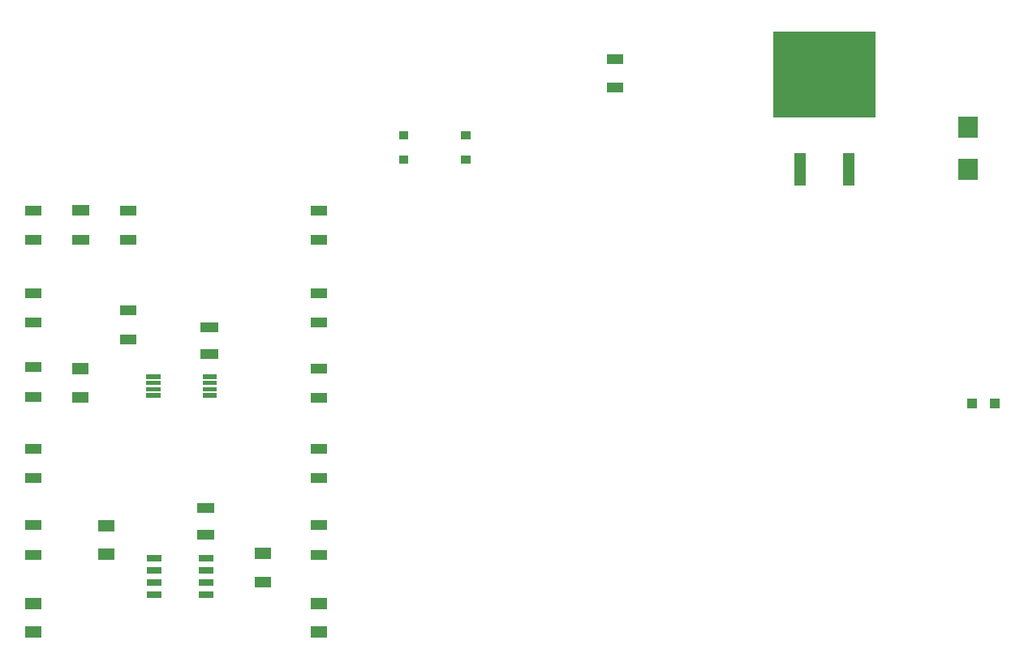
<source format=gtp>
G04 Layer: TopPasteMaskLayer*
G04 EasyEDA v6.4.19.3, 2021-03-31T08:50:56+02:00*
G04 7e8d071977a24ced90268045b7a9a018,03b0b1bb86a94345b9bcc081285aab9b,10*
G04 Gerber Generator version 0.2*
G04 Scale: 100 percent, Rotated: No, Reflected: No *
G04 Dimensions in inches *
G04 leading zeros omitted , absolute positions ,3 integer and 6 decimal *
%FSLAX36Y36*%
%MOIN*%

%ADD16R,0.0847X0.0866*%
%ADD17R,0.0669X0.0433*%
%ADD20R,0.0717X0.0402*%
%ADD21R,0.0709X0.0413*%
%ADD23R,0.0669X0.0453*%
%ADD24R,0.0495X0.1350*%
%ADD26R,0.0394X0.0394*%

%LPD*%
D16*
G01*
X5915000Y2361610D03*
G01*
X5915000Y2188389D03*
D17*
G01*
X4465000Y2527910D03*
G01*
X4465000Y2642089D03*
G36*
X2540294Y1344729D02*
G01*
X2598365Y1344729D01*
X2598365Y1327009D01*
X2540294Y1327009D01*
G37*
G36*
X2540294Y1319140D02*
G01*
X2598365Y1319140D01*
X2598365Y1301419D01*
X2540294Y1301419D01*
G37*
G36*
X2540294Y1293539D02*
G01*
X2598365Y1293539D01*
X2598365Y1275820D01*
X2540294Y1275820D01*
G37*
G36*
X2540294Y1267950D02*
G01*
X2598365Y1267950D01*
X2598365Y1250229D01*
X2540294Y1250229D01*
G37*
G36*
X2771634Y1267950D02*
G01*
X2829705Y1267950D01*
X2829705Y1250229D01*
X2771634Y1250229D01*
G37*
G36*
X2771634Y1293539D02*
G01*
X2829705Y1293539D01*
X2829705Y1275820D01*
X2771634Y1275820D01*
G37*
G36*
X2771634Y1319140D02*
G01*
X2829705Y1319140D01*
X2829705Y1301419D01*
X2771634Y1301419D01*
G37*
G36*
X2771634Y1344729D02*
G01*
X2829705Y1344729D01*
X2829705Y1327009D01*
X2771634Y1327009D01*
G37*
G36*
X2543190Y602795D02*
G01*
X2603350Y602795D01*
X2603350Y577204D01*
X2543190Y577204D01*
G37*
G36*
X2543190Y552795D02*
G01*
X2603350Y552795D01*
X2603350Y527204D01*
X2543190Y527204D01*
G37*
G36*
X2543190Y502795D02*
G01*
X2603350Y502795D01*
X2603350Y477204D01*
X2543190Y477204D01*
G37*
G36*
X2543190Y452795D02*
G01*
X2603350Y452795D01*
X2603350Y427204D01*
X2543190Y427204D01*
G37*
G36*
X2756649Y452795D02*
G01*
X2816809Y452795D01*
X2816809Y427204D01*
X2756649Y427204D01*
G37*
G36*
X2756649Y502795D02*
G01*
X2816809Y502795D01*
X2816809Y477204D01*
X2756649Y477204D01*
G37*
G36*
X2756649Y552795D02*
G01*
X2816809Y552795D01*
X2816809Y527204D01*
X2756649Y527204D01*
G37*
G36*
X2756649Y602795D02*
G01*
X2816809Y602795D01*
X2816809Y577204D01*
X2756649Y577204D01*
G37*
G36*
X2749174Y815199D02*
G01*
X2820825Y815199D01*
X2820825Y775039D01*
X2749174Y775039D01*
G37*
G36*
X2749174Y704960D02*
G01*
X2820825Y704960D01*
X2820825Y664800D01*
X2749174Y664800D01*
G37*
D20*
G01*
X2800000Y1429879D03*
G01*
X2800000Y1540120D03*
D21*
G01*
X2465000Y1488980D03*
G01*
X2465000Y1611019D03*
G36*
X2234565Y2041689D02*
G01*
X2305434Y2041689D01*
X2305434Y2000349D01*
X2234565Y2000349D01*
G37*
G36*
X2234565Y1919650D02*
G01*
X2305434Y1919650D01*
X2305434Y1878310D01*
X2234565Y1878310D01*
G37*
G01*
X2465000Y1900940D03*
G01*
X2465000Y2019059D03*
G01*
X3250000Y603980D03*
G01*
X3250000Y726019D03*
G01*
X3250000Y918980D03*
G01*
X3250000Y1041019D03*
G01*
X3250000Y1248980D03*
G01*
X3250000Y1371019D03*
G01*
X3250000Y1558980D03*
G01*
X3250000Y1681019D03*
G01*
X3250000Y1898980D03*
G01*
X3250000Y2021019D03*
G01*
X2075000Y1898980D03*
G01*
X2075000Y2021019D03*
G01*
X2075000Y1558980D03*
G01*
X2075000Y1681019D03*
G01*
X2075000Y1253980D03*
G01*
X2075000Y1376019D03*
G01*
X2075000Y918980D03*
G01*
X2075000Y1041019D03*
G01*
X2075000Y603980D03*
G01*
X2075000Y726019D03*
G36*
X3577875Y2345749D02*
G01*
X3617245Y2345749D01*
X3617245Y2314250D01*
X3577875Y2314250D01*
G37*
G36*
X3577875Y2245749D02*
G01*
X3617245Y2245749D01*
X3617245Y2214250D01*
X3577875Y2214250D01*
G37*
G36*
X3833774Y2245749D02*
G01*
X3873145Y2245749D01*
X3873145Y2214250D01*
X3833774Y2214250D01*
G37*
G36*
X3833774Y2345749D02*
G01*
X3873145Y2345749D01*
X3873145Y2314250D01*
X3833774Y2314250D01*
G37*
G36*
X2236535Y1391379D02*
G01*
X2303464Y1391379D01*
X2303464Y1346100D01*
X2236535Y1346100D01*
G37*
G36*
X2236535Y1273270D02*
G01*
X2303464Y1273270D01*
X2303464Y1227990D01*
X2236535Y1227990D01*
G37*
D23*
G01*
X3250000Y286260D03*
G01*
X3250000Y404369D03*
G36*
X2986535Y631379D02*
G01*
X3053464Y631379D01*
X3053464Y586100D01*
X2986535Y586100D01*
G37*
G36*
X2986535Y513270D02*
G01*
X3053464Y513270D01*
X3053464Y467990D01*
X2986535Y467990D01*
G37*
G01*
X2375000Y606260D03*
G01*
X2375000Y724369D03*
G01*
X2075000Y286260D03*
G01*
X2075000Y404369D03*
D24*
G01*
X5225590Y2188859D03*
G36*
X5115000Y2756359D02*
G01*
X5535000Y2756359D01*
X5535000Y2401359D01*
X5115000Y2401359D01*
G37*
G01*
X5424409Y2188859D03*
D26*
G01*
X6027240Y1225000D03*
G01*
X5932759Y1225000D03*
M02*

</source>
